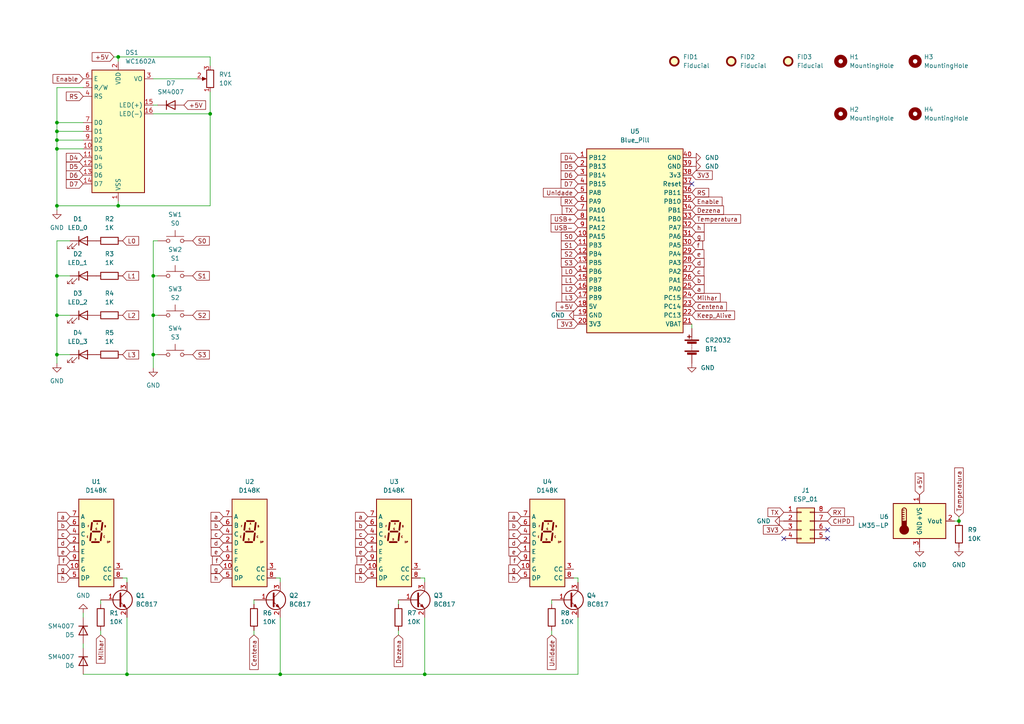
<source format=kicad_sch>
(kicad_sch (version 20211123) (generator eeschema)
  (paper "A4")
  (lib_symbols
    (symbol "Device:Battery" (pin_numbers hide) (pin_names (offset 0) hide)
      (property "Reference" "BT" (at 2.54 2.54 0))
      (property "Value" "Battery" (at 2.54 0 0))
      (symbol "Battery_0_1"
        (rectangle (start -2.032 -1.397) (end 2.032 -1.651) (fill (type outline)))
        (rectangle (start -2.032 1.778) (end 2.032 1.524) (fill (type outline)))
        (rectangle (start -1.3208 -1.9812) (end 1.27 -2.4892) (fill (type outline)))
        (rectangle (start -1.3208 1.1938) (end 1.27 0.6858) (fill (type outline)))
        (polyline (pts (xy 0 -1.524) (xy 0 -1.27)))
        (polyline (pts (xy 0 -1.016) (xy 0 -0.762)))
        (polyline (pts (xy 0 -0.508) (xy 0 -0.254)))
        (polyline (pts (xy 0 0) (xy 0 0.254)))
        (polyline (pts (xy 0 0.508) (xy 0 0.762)))
        (polyline (pts (xy 0 1.778) (xy 0 2.54)))
        (polyline (pts (xy 0.254 2.667) (xy 1.27 2.667)) (stroke (width 0.254)))
        (polyline (pts (xy 0.762 3.175) (xy 0.762 2.159)) (stroke (width 0.254)))
      )
      (symbol "Battery_1_1"
        (pin passive line (at 0 5.08 270) (length 2.54) (name "+") (number "1"))
        (pin passive line (at 0 -5.08 90) (length 2.54) (name "-") (number "2"))
      )
    )
    (symbol "Device:LED" (pin_numbers hide) (pin_names (offset 1.016) hide)
      (property "Reference" "D" (at 0 2.54 0))
      (property "Value" "LED" (at 0 -2.54 0))
      (symbol "LED_0_1"
        (polyline (pts (xy -1.27 -1.27) (xy -1.27 1.27)) (stroke (width 0.254)))
        (polyline (pts (xy -1.27 0) (xy 1.27 0)))
        (polyline (pts (xy 1.27 -1.27) (xy 1.27 1.27) (xy -1.27 0) (xy 1.27 -1.27)) (stroke (width 0.254)))
        (polyline (pts (xy -3.048 -0.762) (xy -4.572 -2.286) (xy -3.81 -2.286) (xy -4.572 -2.286) (xy -4.572 -1.524)))
        (polyline (pts (xy -1.778 -0.762) (xy -3.302 -2.286) (xy -2.54 -2.286) (xy -3.302 -2.286) (xy -3.302 -1.524)))
      )
      (symbol "LED_1_1"
        (pin passive line (at -3.81 0 0) (length 2.54) (name "K") (number "1"))
        (pin passive line (at 3.81 0 180) (length 2.54) (name "A") (number "2"))
      )
    )
    (symbol "Device:R" (pin_numbers hide) (pin_names (offset 0))
      (property "Reference" "R" (at 2.032 0 90))
      (property "Value" "R" (at 0 0 90))
      (symbol "R_0_1"
        (rectangle (start -1.016 -2.54) (end 1.016 2.54) (stroke (width 0.254)))
      )
      (symbol "R_1_1"
        (pin passive line (at 0 3.81 270) (length 1.27) (name "~") (number "1"))
        (pin passive line (at 0 -3.81 90) (length 1.27) (name "~") (number "2"))
      )
    )
    (symbol "Device:R_Potentiometer" (pin_names (offset 1.016) hide)
      (property "Reference" "RV" (at -4.445 0 90))
      (property "Value" "R_Potentiometer" (at -2.54 0 90))
      (symbol "R_Potentiometer_0_1"
        (polyline (pts (xy 2.54 0) (xy 1.524 0)))
        (polyline (pts (xy 1.143 0) (xy 2.286 0.508) (xy 2.286 -0.508) (xy 1.143 0)) (fill (type outline)))
        (rectangle (start 1.016 2.54) (end -1.016 -2.54) (stroke (width 0.254)))
      )
      (symbol "R_Potentiometer_1_1"
        (pin passive line (at 0 3.81 270) (length 1.27) (name "1") (number "1"))
        (pin passive line (at 3.81 0 180) (length 1.27) (name "2") (number "2"))
        (pin passive line (at 0 -3.81 90) (length 1.27) (name "3") (number "3"))
      )
    )
    (symbol "Diode:SM4007" (pin_numbers hide) (pin_names (offset 1.016) hide)
      (property "Reference" "D" (at 0 2.54 0))
      (property "Value" "SM4007" (at 0 -2.54 0))
      (symbol "SM4007_0_1"
        (polyline (pts (xy -1.27 1.27) (xy -1.27 -1.27)) (stroke (width 0.254)))
        (polyline (pts (xy 1.27 0) (xy -1.27 0)))
        (polyline (pts (xy 1.27 1.27) (xy 1.27 -1.27) (xy -1.27 0) (xy 1.27 1.27)) (stroke (width 0.254)))
      )
      (symbol "SM4007_1_1"
        (pin passive line (at -3.81 0 0) (length 2.54) (name "K") (number "1"))
        (pin passive line (at 3.81 0 180) (length 2.54) (name "A") (number "2"))
      )
    )
    (symbol "Display_Character:D148K"
      (property "Reference" "U" (at -2.54 13.97 0))
      (property "Value" "D148K" (at 1.27 13.97 0))
      (symbol "D148K_0_0"
        (text "A" (at 0.254 5.588 0) (effects (font (size 0.508 0.508))))
        (text "B" (at 2.54 4.826 0) (effects (font (size 0.508 0.508))))
        (text "C" (at 2.286 1.778 0) (effects (font (size 0.508 0.508))))
        (text "D" (at -0.254 1.016 0) (effects (font (size 0.508 0.508))))
        (text "DP" (at 3.556 0.254 0) (effects (font (size 0.508 0.508))))
        (text "E" (at -2.54 1.778 0) (effects (font (size 0.508 0.508))))
        (text "F" (at -2.286 4.826 0) (effects (font (size 0.508 0.508))))
        (text "G" (at 0 4.064 0) (effects (font (size 0.508 0.508))))
      )
      (symbol "D148K_0_1"
        (rectangle (start -5.08 12.7) (end 5.08 -12.7) (stroke (width 0.254)) (fill (type background)))
        (polyline (pts (xy -1.524 2.794) (xy -1.778 0.762)) (stroke (width 0.508)))
        (polyline (pts (xy -1.27 0.254) (xy 0.762 0.254)) (stroke (width 0.508)))
        (polyline (pts (xy -1.27 5.842) (xy -1.524 3.81)) (stroke (width 0.508)))
        (polyline (pts (xy -1.016 3.302) (xy 1.016 3.302)) (stroke (width 0.508)))
        (polyline (pts (xy -0.762 6.35) (xy 1.27 6.35)) (stroke (width 0.508)))
        (polyline (pts (xy 1.524 2.794) (xy 1.27 0.762)) (stroke (width 0.508)))
        (polyline (pts (xy 1.778 5.842) (xy 1.524 3.81)) (stroke (width 0.508)))
        (polyline (pts (xy 2.54 0.254) (xy 2.54 0.254)) (stroke (width 0.508)))
      )
      (symbol "D148K_1_1"
        (pin input line (at -7.62 -2.54 0) (length 2.54) (name "E") (number "1"))
        (pin input line (at -7.62 -7.62 0) (length 2.54) (name "G") (number "10"))
        (pin input line (at -7.62 0 0) (length 2.54) (name "D") (number "2"))
        (pin input line (at 7.62 -7.62 180) (length 2.54) (name "CC") (number "3"))
        (pin input line (at -7.62 2.54 0) (length 2.54) (name "C") (number "4"))
        (pin input line (at -7.62 -10.16 0) (length 2.54) (name "DP") (number "5"))
        (pin input line (at -7.62 5.08 0) (length 2.54) (name "B") (number "6"))
        (pin input line (at -7.62 7.62 0) (length 2.54) (name "A") (number "7"))
        (pin input line (at 7.62 -10.16 180) (length 2.54) (name "CC") (number "8"))
        (pin input line (at -7.62 -5.08 0) (length 2.54) (name "F") (number "9"))
      )
    )
    (symbol "Display_Character:WC1602A"
      (property "Reference" "DS" (at -5.842 19.05 0))
      (property "Value" "WC1602A" (at 5.334 19.05 0))
      (symbol "WC1602A_1_1"
        (rectangle (start -7.62 17.78) (end 7.62 -17.78) (stroke (width 0.254)) (fill (type background)))
        (pin power_in line (at 0 -20.32 90) (length 2.54) (name "VSS") (number "1"))
        (pin input line (at -10.16 -5.08 0) (length 2.54) (name "D3") (number "10"))
        (pin input line (at -10.16 -7.62 0) (length 2.54) (name "D4") (number "11"))
        (pin input line (at -10.16 -10.16 0) (length 2.54) (name "D5") (number "12"))
        (pin input line (at -10.16 -12.7 0) (length 2.54) (name "D6") (number "13"))
        (pin input line (at -10.16 -15.24 0) (length 2.54) (name "D7") (number "14"))
        (pin power_in line (at 10.16 7.62 180) (length 2.54) (name "LED(+)") (number "15"))
        (pin power_in line (at 10.16 5.08 180) (length 2.54) (name "LED(-)") (number "16"))
        (pin power_in line (at 0 20.32 270) (length 2.54) (name "VDD") (number "2"))
        (pin input line (at 10.16 15.24 180) (length 2.54) (name "VO") (number "3"))
        (pin input line (at -10.16 10.16 0) (length 2.54) (name "RS") (number "4"))
        (pin input line (at -10.16 12.7 0) (length 2.54) (name "R/W") (number "5"))
        (pin input line (at -10.16 15.24 0) (length 2.54) (name "E") (number "6"))
        (pin input line (at -10.16 2.54 0) (length 2.54) (name "D0") (number "7"))
        (pin input line (at -10.16 0 0) (length 2.54) (name "D1") (number "8"))
        (pin input line (at -10.16 -2.54 0) (length 2.54) (name "D2") (number "9"))
      )
    )
    (symbol "Mechanical:Fiducial"
      (property "Reference" "FID" (at 0 5.08 0))
      (property "Value" "Fiducial" (at 0 3.175 0))
      (symbol "Fiducial_0_1"
        (circle (center 0 0) (radius 1.27) (stroke (width 0.508)) (fill (type background)))
      )
    )
    (symbol "Mechanical:MountingHole" (pin_names (offset 1.016))
      (property "Reference" "H" (at 0 5.08 0))
      (property "Value" "MountingHole" (at 0 3.175 0))
      (symbol "MountingHole_0_1"
        (circle (center 0 0) (radius 1.27) (stroke (width 1.27)))
      )
    )
    (symbol "Sensor_Temperature:LM35-LP" (pin_names (offset 1.016))
      (property "Reference" "U" (at -6.35 6.35 0))
      (property "Value" "LM35-LP" (at 1.27 6.35 0))
      (symbol "LM35-LP_0_1"
        (rectangle (start -7.62 5.08) (end 7.62 -5.08) (stroke (width 0.254)) (fill (type background)))
        (circle (center -4.445 -2.54) (radius 1.27) (stroke (width 0.254)) (fill (type outline)))
        (rectangle (start -3.81 -1.905) (end -5.08 0) (stroke (width 0.254)) (fill (type outline)))
        (arc (start -3.81 3.175) (mid -4.445 3.81) (end -5.08 3.175) (stroke (width 0.254)))
        (polyline (pts (xy -5.08 0.635) (xy -4.445 0.635)) (stroke (width 0.254)))
        (polyline (pts (xy -5.08 1.27) (xy -4.445 1.27)) (stroke (width 0.254)))
        (polyline (pts (xy -5.08 1.905) (xy -4.445 1.905)) (stroke (width 0.254)))
        (polyline (pts (xy -5.08 2.54) (xy -4.445 2.54)) (stroke (width 0.254)))
        (polyline (pts (xy -5.08 3.175) (xy -5.08 0)) (stroke (width 0.254)))
        (polyline (pts (xy -5.08 3.175) (xy -4.445 3.175)) (stroke (width 0.254)))
        (polyline (pts (xy -3.81 3.175) (xy -3.81 0)) (stroke (width 0.254)))
      )
      (symbol "LM35-LP_1_1"
        (pin power_in line (at 0 7.62 270) (length 2.54) (name "+VS") (number "1"))
        (pin output line (at 10.16 0 180) (length 2.54) (name "Vout") (number "2"))
        (pin power_in line (at 0 -7.62 90) (length 2.54) (name "GND") (number "3"))
      )
    )
    (symbol "Switch:SW_Push" (pin_numbers hide) (pin_names (offset 1.016) hide)
      (property "Reference" "SW" (at 1.27 2.54 0))
      (property "Value" "SW_Push" (at 0 -1.524 0))
      (symbol "SW_Push_0_1"
        (circle (center -2.032 0) (radius 0.508))
        (polyline (pts (xy 0 1.27) (xy 0 3.048)))
        (polyline (pts (xy 2.54 1.27) (xy -2.54 1.27)))
        (circle (center 2.032 0) (radius 0.508))
        (pin passive line (at -5.08 0 0) (length 2.54) (name "1") (number "1"))
        (pin passive line (at 5.08 0 180) (length 2.54) (name "2") (number "2"))
      )
    )
    (symbol "Transistor_BJT:BC817" (pin_names (offset 0) hide)
      (property "Reference" "Q" (at 5.08 1.905 0))
      (property "Value" "BC817" (at 5.08 0 0))
      (symbol "BC817_0_1"
        (polyline (pts (xy 0.635 0.635) (xy 2.54 2.54)))
        (polyline (pts (xy 0.635 -0.635) (xy 2.54 -2.54) (xy 2.54 -2.54)))
        (polyline (pts (xy 0.635 1.905) (xy 0.635 -1.905) (xy 0.635 -1.905)) (stroke (width 0.508)))
        (polyline (pts (xy 1.27 -1.778) (xy 1.778 -1.27) (xy 2.286 -2.286) (xy 1.27 -1.778) (xy 1.27 -1.778)) (fill (type outline)))
        (circle (center 1.27 0) (radius 2.8194) (stroke (width 0.254)))
      )
      (symbol "BC817_1_1"
        (pin input line (at -5.08 0 0) (length 5.715) (name "B") (number "1"))
        (pin passive line (at 2.54 -5.08 90) (length 2.54) (name "E") (number "2"))
        (pin passive line (at 2.54 5.08 270) (length 2.54) (name "C") (number "3"))
      )
    )
    (symbol "custom:Blue_Pill"
      (property "Reference" "U" (at -15.24 36.83 0))
      (property "Value" "Blue_Pill" (at 7.62 36.83 0))
      (symbol "Blue_Pill_0_1"
        (rectangle (start -15.24 35.56) (end 12.7 -17.78) (stroke (width 0.254)) (fill (type background)))
      )
      (symbol "Blue_Pill_1_1"
        (pin bidirectional line (at -17.78 33.02 0) (length 2.54) (name "PB12") (number "1"))
        (pin bidirectional line (at -17.78 10.16 0) (length 2.54) (name "PA15") (number "10"))
        (pin bidirectional line (at -17.78 7.62 0) (length 2.54) (name "PB3") (number "11"))
        (pin bidirectional line (at -17.78 5.08 0) (length 2.54) (name "PB4") (number "12"))
        (pin bidirectional line (at -17.78 2.54 0) (length 2.54) (name "PB5") (number "13"))
        (pin bidirectional line (at -17.78 0 0) (length 2.54) (name "PB6") (number "14"))
        (pin bidirectional line (at -17.78 -2.54 0) (length 2.54) (name "PB7") (number "15"))
        (pin bidirectional line (at -17.78 -5.08 0) (length 2.54) (name "PB8") (number "16"))
        (pin bidirectional line (at -17.78 -7.62 0) (length 2.54) (name "PB9") (number "17"))
        (pin power_in line (at -17.78 -10.16 0) (length 2.54) (name "5V") (number "18"))
        (pin power_out line (at -17.78 -12.7 0) (length 2.54) (name "GND") (number "19"))
        (pin bidirectional line (at -17.78 30.48 0) (length 2.54) (name "PB13") (number "2"))
        (pin power_in line (at -17.78 -15.24 0) (length 2.54) (name "3V3") (number "20"))
        (pin input line (at 15.24 -15.24 180) (length 2.54) (name "VBAT") (number "21"))
        (pin bidirectional line (at 15.24 -12.7 180) (length 2.54) (name "PC13") (number "22"))
        (pin power_in line (at 15.24 -10.16 180) (length 2.54) (name "PC14") (number "23"))
        (pin power_in line (at 15.24 -7.62 180) (length 2.54) (name "PC15") (number "24"))
        (pin bidirectional line (at 15.24 -5.08 180) (length 2.54) (name "PA0") (number "25"))
        (pin bidirectional line (at 15.24 -2.54 180) (length 2.54) (name "PA1") (number "26"))
        (pin bidirectional line (at 15.24 0 180) (length 2.54) (name "PA2") (number "27"))
        (pin bidirectional line (at 15.24 2.54 180) (length 2.54) (name "PA3") (number "28"))
        (pin bidirectional line (at 15.24 5.08 180) (length 2.54) (name "PA4") (number "29"))
        (pin bidirectional line (at -17.78 27.94 0) (length 2.54) (name "PB14") (number "3"))
        (pin bidirectional line (at 15.24 7.62 180) (length 2.54) (name "PA5") (number "30"))
        (pin bidirectional line (at 15.24 10.16 180) (length 2.54) (name "PA6") (number "31"))
        (pin bidirectional line (at 15.24 12.7 180) (length 2.54) (name "PA7") (number "32"))
        (pin bidirectional line (at 15.24 15.24 180) (length 2.54) (name "PB0") (number "33"))
        (pin bidirectional line (at 15.24 17.78 180) (length 2.54) (name "PB1") (number "34"))
        (pin bidirectional line (at 15.24 20.32 180) (length 2.54) (name "PB10") (number "35"))
        (pin bidirectional line (at 15.24 22.86 180) (length 2.54) (name "PB11") (number "36"))
        (pin input line (at 15.24 25.4 180) (length 2.54) (name "Reset") (number "37"))
        (pin power_in line (at 15.24 27.94 180) (length 2.54) (name "3v3") (number "38"))
        (pin power_out line (at 15.24 30.48 180) (length 2.54) (name "GND") (number "39"))
        (pin bidirectional line (at -17.78 25.4 0) (length 2.54) (name "PB15") (number "4"))
        (pin power_out line (at 15.24 33.02 180) (length 2.54) (name "GND") (number "40"))
        (pin bidirectional line (at -17.78 22.86 0) (length 2.54) (name "PA8") (number "5"))
        (pin bidirectional line (at -17.78 20.32 0) (length 2.54) (name "PA9") (number "6"))
        (pin bidirectional line (at -17.78 17.78 0) (length 2.54) (name "PA10") (number "7"))
        (pin bidirectional line (at -17.78 15.24 0) (length 2.54) (name "PA11") (number "8"))
        (pin bidirectional line (at -17.78 12.7 0) (length 2.54) (name "PA12") (number "9"))
      )
    )
    (symbol "custom:ESP_01" (pin_names (offset 1.016) hide)
      (property "Reference" "J" (at 1.27 5.08 0))
      (property "Value" "ESP_01" (at 1.27 -7.62 0))
      (symbol "ESP_01_1_1"
        (rectangle (start -1.27 -4.953) (end 0 -5.207) (stroke (width 0.1524)))
        (rectangle (start -1.27 -2.413) (end 0 -2.667) (stroke (width 0.1524)))
        (rectangle (start -1.27 0.127) (end 0 -0.127) (stroke (width 0.1524)))
        (rectangle (start -1.27 2.667) (end 0 2.413) (stroke (width 0.1524)))
        (rectangle (start -1.27 3.81) (end 3.81 -6.35) (stroke (width 0.254)) (fill (type background)))
        (rectangle (start 3.81 -4.953) (end 2.54 -5.207) (stroke (width 0.1524)))
        (rectangle (start 3.81 -2.413) (end 2.54 -2.667) (stroke (width 0.1524)))
        (rectangle (start 3.81 0.127) (end 2.54 -0.127) (stroke (width 0.1524)))
        (rectangle (start 3.81 2.667) (end 2.54 2.413) (stroke (width 0.1524)))
        (pin output line (at -5.08 2.54 0) (length 3.81) (name "TX") (number "1"))
        (pin input line (at -5.08 0 0) (length 3.81) (name "CHPD") (number "2"))
        (pin input line (at -5.08 -2.54 0) (length 3.81) (name "RST") (number "3"))
        (pin power_in line (at -5.08 -5.08 0) (length 3.81) (name "VDD") (number "4"))
        (pin input line (at 7.62 -5.08 180) (length 3.81) (name "RX") (number "5"))
        (pin bidirectional line (at 7.62 -2.54 180) (length 3.81) (name "GPID0") (number "6"))
        (pin bidirectional line (at 7.62 0 180) (length 3.81) (name "GPID2") (number "7"))
        (pin power_out line (at 7.62 2.54 180) (length 3.81) (name "GND") (number "8"))
      )
    )
    (symbol "power:GND" (power) (pin_names (offset 0))
      (property "Value" "GND" (at 0 -3.81 0))
      (symbol "GND_0_1"
        (polyline (pts (xy 0 0) (xy 0 -1.27) (xy 1.27 -1.27) (xy 0 -2.54) (xy -1.27 -1.27) (xy 0 -1.27)))
      )
      (symbol "GND_1_1"
        (pin power_in line (at 0 0 270) (length 0) hide (name "GND") (number "1"))
      )
    )
  )
  (junction (at 60.96 33.02))
  (junction (at 278.13 151.13))
  (junction (at 44.45 91.44))
  (junction (at 16.51 59.69))
  (junction (at 81.28 195.58))
  (junction (at 34.29 59.69))
  (junction (at 16.51 102.87))
  (junction (at 16.51 40.64))
  (junction (at 16.51 91.44))
  (junction (at 36.83 195.58))
  (junction (at 123.19 195.58))
  (junction (at 16.51 80.01))
  (junction (at 16.51 38.1))
  (junction (at 44.45 80.01))
  (junction (at 16.51 35.56))
  (junction (at 34.29 16.51))
  (junction (at 44.45 102.87))
  (junction (at 16.51 43.18))
  (no_connect (at 240.03 156.21))
  (no_connect (at 227.33 156.21))
  (no_connect (at 240.03 153.67))
  (no_connect (at 200.66 53.34))
  (wire (pts (xy 167.64 195.58) (xy 167.64 179.07)))
  (wire (pts (xy 16.51 38.1) (xy 16.51 40.64)))
  (wire (pts (xy 34.29 16.51) (xy 60.96 16.51)))
  (wire (pts (xy 16.51 40.64) (xy 16.51 43.18)))
  (wire (pts (xy 16.51 38.1) (xy 24.13 38.1)))
  (wire (pts (xy 16.51 91.44) (xy 16.51 80.01)))
  (wire (pts (xy 166.37 167.64) (xy 167.64 167.64)))
  (wire (pts (xy 123.19 179.07) (xy 123.19 195.58)))
  (wire (pts (xy 16.51 80.01) (xy 20.32 80.01)))
  (wire (pts (xy 16.51 40.64) (xy 24.13 40.64)))
  (wire (pts (xy 24.13 177.8) (xy 24.13 179.07)))
  (wire (pts (xy 81.28 167.64) (xy 81.28 168.91)))
  (wire (pts (xy 60.96 33.02) (xy 60.96 59.69)))
  (wire (pts (xy 16.51 25.4) (xy 16.51 35.56)))
  (wire (pts (xy 276.86 151.13) (xy 278.13 151.13)))
  (wire (pts (xy 44.45 106.68) (xy 44.45 102.87)))
  (wire (pts (xy 35.56 167.64) (xy 36.83 167.64)))
  (wire (pts (xy 115.57 175.26) (xy 115.57 173.99)))
  (wire (pts (xy 44.45 80.01) (xy 45.72 80.01)))
  (wire (pts (xy 36.83 195.58) (xy 81.28 195.58)))
  (wire (pts (xy 167.64 167.64) (xy 167.64 168.91)))
  (wire (pts (xy 81.28 179.07) (xy 81.28 195.58)))
  (wire (pts (xy 44.45 69.85) (xy 45.72 69.85)))
  (wire (pts (xy 33.02 16.51) (xy 34.29 16.51)))
  (wire (pts (xy 60.96 16.51) (xy 60.96 19.05)))
  (wire (pts (xy 73.66 182.88) (xy 73.66 184.15)))
  (wire (pts (xy 29.21 182.88) (xy 29.21 184.15)))
  (wire (pts (xy 160.02 182.88) (xy 160.02 184.15)))
  (wire (pts (xy 81.28 195.58) (xy 123.19 195.58)))
  (wire (pts (xy 34.29 59.69) (xy 16.51 59.69)))
  (wire (pts (xy 34.29 58.42) (xy 34.29 59.69)))
  (wire (pts (xy 160.02 175.26) (xy 160.02 173.99)))
  (wire (pts (xy 73.66 175.26) (xy 73.66 173.99)))
  (wire (pts (xy 34.29 16.51) (xy 34.29 17.78)))
  (wire (pts (xy 16.51 102.87) (xy 16.51 91.44)))
  (wire (pts (xy 16.51 69.85) (xy 20.32 69.85)))
  (wire (pts (xy 36.83 179.07) (xy 36.83 195.58)))
  (wire (pts (xy 44.45 80.01) (xy 44.45 69.85)))
  (wire (pts (xy 60.96 26.67) (xy 60.96 33.02)))
  (wire (pts (xy 278.13 149.86) (xy 278.13 151.13)))
  (wire (pts (xy 20.32 102.87) (xy 16.51 102.87)))
  (wire (pts (xy 44.45 22.86) (xy 57.15 22.86)))
  (wire (pts (xy 16.51 91.44) (xy 20.32 91.44)))
  (wire (pts (xy 24.13 195.58) (xy 36.83 195.58)))
  (wire (pts (xy 34.29 59.69) (xy 60.96 59.69)))
  (wire (pts (xy 16.51 35.56) (xy 16.51 38.1)))
  (wire (pts (xy 44.45 91.44) (xy 45.72 91.44)))
  (wire (pts (xy 115.57 182.88) (xy 115.57 184.15)))
  (wire (pts (xy 29.21 175.26) (xy 29.21 173.99)))
  (wire (pts (xy 24.13 187.96) (xy 24.13 186.69)))
  (wire (pts (xy 16.51 80.01) (xy 16.51 69.85)))
  (wire (pts (xy 36.83 167.64) (xy 36.83 168.91)))
  (wire (pts (xy 200.66 95.25) (xy 200.66 93.98)))
  (wire (pts (xy 16.51 59.69) (xy 16.51 43.18)))
  (wire (pts (xy 123.19 195.58) (xy 167.64 195.58)))
  (wire (pts (xy 80.01 167.64) (xy 81.28 167.64)))
  (wire (pts (xy 16.51 35.56) (xy 24.13 35.56)))
  (wire (pts (xy 16.51 59.69) (xy 16.51 60.96)))
  (wire (pts (xy 16.51 102.87) (xy 16.51 105.41)))
  (wire (pts (xy 16.51 43.18) (xy 24.13 43.18)))
  (wire (pts (xy 44.45 102.87) (xy 45.72 102.87)))
  (wire (pts (xy 24.13 25.4) (xy 16.51 25.4)))
  (wire (pts (xy 44.45 91.44) (xy 44.45 80.01)))
  (wire (pts (xy 44.45 33.02) (xy 60.96 33.02)))
  (wire (pts (xy 44.45 30.48) (xy 45.72 30.48)))
  (wire (pts (xy 121.92 167.64) (xy 123.19 167.64)))
  (wire (pts (xy 123.19 167.64) (xy 123.19 168.91)))
  (wire (pts (xy 44.45 102.87) (xy 44.45 91.44)))
  (global_label "L1" (shape input) (at 167.64 81.28 180) (property "Intersheet References" "${INTERSHEET_REFS}" (effects hide)))
  (global_label "D6" (shape input) (at 167.64 50.8 180) (property "Intersheet References" "${INTERSHEET_REFS}" (effects hide)))
  (global_label "D5" (shape input) (at 24.13 48.26 180) (property "Intersheet References" "${INTERSHEET_REFS}" (effects hide)))
  (global_label "L0" (shape input) (at 35.56 69.85 0) (property "Intersheet References" "${INTERSHEET_REFS}" (effects hide)))
  (global_label "L3" (shape input) (at 35.56 102.87 0) (property "Intersheet References" "${INTERSHEET_REFS}" (effects hide)))
  (global_label "b" (shape input) (at 20.32 152.4 180) (property "Intersheet References" "${INTERSHEET_REFS}" (effects hide)))
  (global_label "S2" (shape input) (at 55.88 91.44 0) (property "Intersheet References" "${INTERSHEET_REFS}" (effects hide)))
  (global_label "e" (shape input) (at 20.32 160.02 180) (property "Intersheet References" "${INTERSHEET_REFS}" (effects hide)))
  (global_label "g" (shape input) (at 200.66 68.58 0) (property "Intersheet References" "${INTERSHEET_REFS}" (effects hide)))
  (global_label "h" (shape input) (at 106.68 167.64 180) (property "Intersheet References" "${INTERSHEET_REFS}" (effects hide)))
  (global_label "h" (shape input) (at 20.32 167.64 180) (property "Intersheet References" "${INTERSHEET_REFS}" (effects hide)))
  (global_label "S1" (shape input) (at 55.88 80.01 0) (property "Intersheet References" "${INTERSHEET_REFS}" (effects hide)))
  (global_label "L2" (shape input) (at 35.56 91.44 0) (property "Intersheet References" "${INTERSHEET_REFS}" (effects hide)))
  (global_label "h" (shape input) (at 64.77 167.64 180) (property "Intersheet References" "${INTERSHEET_REFS}" (effects hide)))
  (global_label "Temperatura" (shape input) (at 200.66 63.5 0) (property "Intersheet References" "${INTERSHEET_REFS}" (effects hide)))
  (global_label "D7" (shape input) (at 24.13 53.34 180) (property "Intersheet References" "${INTERSHEET_REFS}" (effects hide)))
  (global_label "g" (shape input) (at 151.13 165.1 180) (property "Intersheet References" "${INTERSHEET_REFS}" (effects hide)))
  (global_label "Temperatura" (shape input) (at 278.13 149.86 90) (property "Intersheet References" "${INTERSHEET_REFS}" (effects hide)))
  (global_label "Unidade" (shape input) (at 160.02 184.15 270) (property "Intersheet References" "${INTERSHEET_REFS}" (effects hide)))
  (global_label "RX" (shape input) (at 167.64 58.42 180) (property "Intersheet References" "${INTERSHEET_REFS}" (effects hide)))
  (global_label "RS" (shape input) (at 24.13 27.94 180) (property "Intersheet References" "${INTERSHEET_REFS}" (effects hide)))
  (global_label "USB+" (shape input) (at 167.64 63.5 180) (property "Intersheet References" "${INTERSHEET_REFS}" (effects hide)))
  (global_label "Dezena" (shape input) (at 115.57 184.15 270) (property "Intersheet References" "${INTERSHEET_REFS}" (effects hide)))
  (global_label "+5V" (shape input) (at 266.7 143.51 90) (property "Intersheet References" "${INTERSHEET_REFS}" (effects hide)))
  (global_label "Milhar" (shape input) (at 200.66 86.36 0) (property "Intersheet References" "${INTERSHEET_REFS}" (effects hide)))
  (global_label "Enable" (shape input) (at 24.13 22.86 180) (property "Intersheet References" "${INTERSHEET_REFS}" (effects hide)))
  (global_label "+5V" (shape input) (at 33.02 16.51 180) (property "Intersheet References" "${INTERSHEET_REFS}" (effects hide)))
  (global_label "d" (shape input) (at 64.77 157.48 180) (property "Intersheet References" "${INTERSHEET_REFS}" (effects hide)))
  (global_label "c" (shape input) (at 20.32 154.94 180) (property "Intersheet References" "${INTERSHEET_REFS}" (effects hide)))
  (global_label "Keep_Alive" (shape input) (at 200.66 91.44 0) (property "Intersheet References" "${INTERSHEET_REFS}" (effects hide)))
  (global_label "h" (shape input) (at 151.13 167.64 180) (property "Intersheet References" "${INTERSHEET_REFS}" (effects hide)))
  (global_label "d" (shape input) (at 200.66 76.2 0) (property "Intersheet References" "${INTERSHEET_REFS}" (effects hide)))
  (global_label "D7" (shape input) (at 167.64 53.34 180) (property "Intersheet References" "${INTERSHEET_REFS}" (effects hide)))
  (global_label "L1" (shape input) (at 35.56 80.01 0) (property "Intersheet References" "${INTERSHEET_REFS}" (effects hide)))
  (global_label "h" (shape input) (at 200.66 66.04 0) (property "Intersheet References" "${INTERSHEET_REFS}" (effects hide)))
  (global_label "TX" (shape input) (at 167.64 60.96 180) (property "Intersheet References" "${INTERSHEET_REFS}" (effects hide)))
  (global_label "c" (shape input) (at 106.68 154.94 180) (property "Intersheet References" "${INTERSHEET_REFS}" (effects hide)))
  (global_label "c" (shape input) (at 200.66 78.74 0) (property "Intersheet References" "${INTERSHEET_REFS}" (effects hide)))
  (global_label "d" (shape input) (at 106.68 157.48 180) (property "Intersheet References" "${INTERSHEET_REFS}" (effects hide)))
  (global_label "S0" (shape input) (at 167.64 68.58 180) (property "Intersheet References" "${INTERSHEET_REFS}" (effects hide)))
  (global_label "Centena" (shape input) (at 73.66 184.15 270) (property "Intersheet References" "${INTERSHEET_REFS}" (effects hide)))
  (global_label "Enable" (shape input) (at 200.66 58.42 0) (property "Intersheet References" "${INTERSHEET_REFS}" (effects hide)))
  (global_label "f" (shape input) (at 151.13 162.56 180) (property "Intersheet References" "${INTERSHEET_REFS}" (effects hide)))
  (global_label "g" (shape input) (at 106.68 165.1 180) (property "Intersheet References" "${INTERSHEET_REFS}" (effects hide)))
  (global_label "+5V" (shape input) (at 167.64 88.9 180) (property "Intersheet References" "${INTERSHEET_REFS}" (effects hide)))
  (global_label "c" (shape input) (at 64.77 154.94 180) (property "Intersheet References" "${INTERSHEET_REFS}" (effects hide)))
  (global_label "CHPD" (shape input) (at 240.03 151.13 0) (property "Intersheet References" "${INTERSHEET_REFS}" (effects hide)))
  (global_label "d" (shape input) (at 20.32 157.48 180) (property "Intersheet References" "${INTERSHEET_REFS}" (effects hide)))
  (global_label "D6" (shape input) (at 24.13 50.8 180) (property "Intersheet References" "${INTERSHEET_REFS}" (effects hide)))
  (global_label "Centena" (shape input) (at 200.66 88.9 0) (property "Intersheet References" "${INTERSHEET_REFS}" (effects hide)))
  (global_label "f" (shape input) (at 64.77 162.56 180) (property "Intersheet References" "${INTERSHEET_REFS}" (effects hide)))
  (global_label "3V3" (shape input) (at 200.66 50.8 0) (property "Intersheet References" "${INTERSHEET_REFS}" (effects hide)))
  (global_label "f" (shape input) (at 20.32 162.56 180) (property "Intersheet References" "${INTERSHEET_REFS}" (effects hide)))
  (global_label "Dezena" (shape input) (at 200.66 60.96 0) (property "Intersheet References" "${INTERSHEET_REFS}" (effects hide)))
  (global_label "a" (shape input) (at 200.66 83.82 0) (property "Intersheet References" "${INTERSHEET_REFS}" (effects hide)))
  (global_label "c" (shape input) (at 151.13 154.94 180) (property "Intersheet References" "${INTERSHEET_REFS}" (effects hide)))
  (global_label "L2" (shape input) (at 167.64 83.82 180) (property "Intersheet References" "${INTERSHEET_REFS}" (effects hide)))
  (global_label "a" (shape input) (at 106.68 149.86 180) (property "Intersheet References" "${INTERSHEET_REFS}" (effects hide)))
  (global_label "S3" (shape input) (at 167.64 76.2 180) (property "Intersheet References" "${INTERSHEET_REFS}" (effects hide)))
  (global_label "L3" (shape input) (at 167.64 86.36 180) (property "Intersheet References" "${INTERSHEET_REFS}" (effects hide)))
  (global_label "a" (shape input) (at 151.13 149.86 180) (property "Intersheet References" "${INTERSHEET_REFS}" (effects hide)))
  (global_label "S0" (shape input) (at 55.88 69.85 0) (property "Intersheet References" "${INTERSHEET_REFS}" (effects hide)))
  (global_label "f" (shape input) (at 106.68 162.56 180) (property "Intersheet References" "${INTERSHEET_REFS}" (effects hide)))
  (global_label "RX" (shape input) (at 240.03 148.59 0) (property "Intersheet References" "${INTERSHEET_REFS}" (effects hide)))
  (global_label "a" (shape input) (at 64.77 149.86 180) (property "Intersheet References" "${INTERSHEET_REFS}" (effects hide)))
  (global_label "b" (shape input) (at 151.13 152.4 180) (property "Intersheet References" "${INTERSHEET_REFS}" (effects hide)))
  (global_label "D4" (shape input) (at 24.13 45.72 180) (property "Intersheet References" "${INTERSHEET_REFS}" (effects hide)))
  (global_label "d" (shape input) (at 151.13 157.48 180) (property "Intersheet References" "${INTERSHEET_REFS}" (effects hide)))
  (global_label "g" (shape input) (at 20.32 165.1 180) (property "Intersheet References" "${INTERSHEET_REFS}" (effects hide)))
  (global_label "Milhar" (shape input) (at 29.21 184.15 270) (property "Intersheet References" "${INTERSHEET_REFS}" (effects hide)))
  (global_label "3V3" (shape input) (at 167.64 93.98 180) (property "Intersheet References" "${INTERSHEET_REFS}" (effects hide)))
  (global_label "USB-" (shape input) (at 167.64 66.04 180) (property "Intersheet References" "${INTERSHEET_REFS}" (effects hide)))
  (global_label "b" (shape input) (at 64.77 152.4 180) (property "Intersheet References" "${INTERSHEET_REFS}" (effects hide)))
  (global_label "L0" (shape input) (at 167.64 78.74 180) (property "Intersheet References" "${INTERSHEET_REFS}" (effects hide)))
  (global_label "e" (shape input) (at 64.77 160.02 180) (property "Intersheet References" "${INTERSHEET_REFS}" (effects hide)))
  (global_label "D4" (shape input) (at 167.64 45.72 180) (property "Intersheet References" "${INTERSHEET_REFS}" (effects hide)))
  (global_label "S3" (shape input) (at 55.88 102.87 0) (property "Intersheet References" "${INTERSHEET_REFS}" (effects hide)))
  (global_label "S1" (shape input) (at 167.64 71.12 180) (property "Intersheet References" "${INTERSHEET_REFS}" (effects hide)))
  (global_label "+5V" (shape input) (at 53.34 30.48 0) (property "Intersheet References" "${INTERSHEET_REFS}" (effects hide)))
  (global_label "e" (shape input) (at 200.66 73.66 0) (property "Intersheet References" "${INTERSHEET_REFS}" (effects hide)))
  (global_label "b" (shape input) (at 106.68 152.4 180) (property "Intersheet References" "${INTERSHEET_REFS}" (effects hide)))
  (global_label "e" (shape input) (at 106.68 160.02 180) (property "Intersheet References" "${INTERSHEET_REFS}" (effects hide)))
  (global_label "e" (shape input) (at 151.13 160.02 180) (property "Intersheet References" "${INTERSHEET_REFS}" (effects hide)))
  (global_label "g" (shape input) (at 64.77 165.1 180) (property "Intersheet References" "${INTERSHEET_REFS}" (effects hide)))
  (global_label "a" (shape input) (at 20.32 149.86 180) (property "Intersheet References" "${INTERSHEET_REFS}" (effects hide)))
  (global_label "f" (shape input) (at 200.66 71.12 0) (property "Intersheet References" "${INTERSHEET_REFS}" (effects hide)))
  (global_label "S2" (shape input) (at 167.64 73.66 180) (property "Intersheet References" "${INTERSHEET_REFS}" (effects hide)))
  (global_label "b" (shape input) (at 200.66 81.28 0) (property "Intersheet References" "${INTERSHEET_REFS}" (effects hide)))
  (global_label "TX" (shape input) (at 227.33 148.59 180) (property "Intersheet References" "${INTERSHEET_REFS}" (effects hide)))
  (global_label "D5" (shape input) (at 167.64 48.26 180) (property "Intersheet References" "${INTERSHEET_REFS}" (effects hide)))
  (global_label "RS" (shape input) (at 200.66 55.88 0) (property "Intersheet References" "${INTERSHEET_REFS}" (effects hide)))
  (global_label "3V3" (shape input) (at 227.33 153.67 180) (property "Intersheet References" "${INTERSHEET_REFS}" (effects hide)))
  (global_label "Unidade" (shape input) (at 167.64 55.88 180) (property "Intersheet References" "${INTERSHEET_REFS}" (effects hide)))
  (symbol (lib_id "custom:ESP_01") (at 232.41 151.13 0) (unit 1)
    (property "Reference" "J1" (at 233.68 142.24 0))
    (property "Value" "ESP_01" (at 233.68 144.78 0))
    (property "Footprint" "Connector_PinSocket_2.54mm:PinSocket_2x04_P2.54mm_Vertical" (effects hide))
  )
  (symbol (lib_id "power:GND") (at 200.66 48.26 90) (mirror x) (unit 1)
    (property "Reference" "#PWR07" (effects hide))
    (property "Value" "GND" (at 204.47 48.2601 90) (effects (justify right)))
  )
  (symbol (lib_id "Mechanical:MountingHole") (at 243.84 33.02 0) (unit 1)
    (property "Reference" "H2" (at 246.38 31.7499 0) (effects (justify left)))
    (property "Value" "MountingHole" (at 246.38 34.2899 0) (effects (justify left)))
    (property "Footprint" "MountingHole:MountingHole_4.3mm_M4_DIN965_Pad_TopBottom" (effects hide))
  )
  (symbol (lib_id "Device:LED") (at 24.13 91.44 0) (unit 1)
    (property "Reference" "D3" (at 22.5425 85.09 0))
    (property "Value" "LED_2" (at 22.5425 87.63 0))
    (property "Footprint" "LED_SMD:LED_0805_2012Metric_Pad1.15x1.40mm_HandSolder" (effects hide))
  )
  (symbol (lib_id "Mechanical:MountingHole") (at 265.43 33.02 0) (unit 1)
    (property "Reference" "H4" (at 267.97 31.7499 0) (effects (justify left)))
    (property "Value" "MountingHole" (at 267.97 34.2899 0) (effects (justify left)))
    (property "Footprint" "MountingHole:MountingHole_4.3mm_M4_DIN965_Pad_TopBottom" (effects hide))
  )
  (symbol (lib_id "Device:R") (at 31.75 102.87 90) (unit 1)
    (property "Reference" "R5" (at 31.75 96.52 90))
    (property "Value" "1K" (at 31.75 99.06 90))
    (property "Footprint" "Resistor_SMD:R_0805_2012Metric_Pad1.20x1.40mm_HandSolder" (effects hide))
  )
  (symbol (lib_id "Mechanical:MountingHole") (at 265.43 17.78 0) (unit 1)
    (property "Reference" "H3" (at 267.97 16.5099 0) (effects (justify left)))
    (property "Value" "MountingHole" (at 267.97 19.0499 0) (effects (justify left)))
    (property "Footprint" "MountingHole:MountingHole_4.3mm_M4_DIN965_Pad_TopBottom" (effects hide))
  )
  (symbol (lib_id "Display_Character:D148K") (at 114.3 157.48 0) (unit 1)
    (property "Reference" "U3" (at 114.3 139.7 0))
    (property "Value" "D148K" (at 114.3 142.24 0))
    (property "Footprint" "Display_7Segment:D1X8K" (effects hide))
    (property "Datasheet" "https://ia800903.us.archive.org/24/items/CTKD1x8K/Cromatek%20D168K.pdf" (effects hide))
  )
  (symbol (lib_id "power:GND") (at 227.33 151.13 270) (unit 1)
    (property "Reference" "#PWR09" (effects hide))
    (property "Value" "GND" (at 223.52 151.1299 90) (effects (justify right)))
  )
  (symbol (lib_id "Diode:SM4007") (at 49.53 30.48 0) (unit 1)
    (property "Reference" "D7" (at 49.53 24.13 0))
    (property "Value" "SM4007" (at 49.53 26.67 0))
    (property "Footprint" "Diode_SMD:D_1206_3216Metric_Pad1.42x1.75mm_HandSolder" (effects hide))
    (property "Datasheet" "http://cdn-reichelt.de/documents/datenblatt/A400/SMD1N400%23DIO.pdf" (effects hide))
  )
  (symbol (lib_id "Device:R") (at 278.13 154.94 0) (unit 1)
    (property "Reference" "R9" (at 280.67 153.6699 0) (effects (justify left)))
    (property "Value" "10K" (at 280.67 156.2099 0) (effects (justify left)))
    (property "Footprint" "Resistor_SMD:R_0805_2012Metric_Pad1.20x1.40mm_HandSolder" (effects hide))
  )
  (symbol (lib_id "Device:R") (at 115.57 179.07 0) (unit 1)
    (property "Reference" "R7" (at 118.11 177.7999 0) (effects (justify left)))
    (property "Value" "10K" (at 118.11 180.3399 0) (effects (justify left)))
    (property "Footprint" "Resistor_SMD:R_0805_2012Metric_Pad1.20x1.40mm_HandSolder" (effects hide))
  )
  (symbol (lib_id "power:GND") (at 200.66 105.41 0) (mirror y) (unit 1)
    (property "Reference" "#PWR06" (effects hide))
    (property "Value" "GND" (at 203.2 106.6801 0) (effects (justify right)))
  )
  (symbol (lib_id "Mechanical:Fiducial") (at 212.09 17.78 0) (unit 1)
    (property "Reference" "FID2" (at 214.63 16.5099 0) (effects (justify left)))
    (property "Value" "Fiducial" (at 214.63 19.0499 0) (effects (justify left)))
    (property "Footprint" "Fiducial:Fiducial_1.5mm_Mask3mm" (effects hide))
  )
  (symbol (lib_id "power:GND") (at 16.51 105.41 0) (unit 1)
    (property "Reference" "#PWR02" (effects hide))
    (property "Value" "GND" (at 16.51 110.49 0))
  )
  (symbol (lib_id "power:GND") (at 266.7 158.75 0) (unit 1)
    (property "Reference" "#PWR010" (effects hide))
    (property "Value" "GND" (at 266.7 163.83 0))
  )
  (symbol (lib_id "Transistor_BJT:BC817") (at 34.29 173.99 0) (unit 1)
    (property "Reference" "Q1" (at 39.37 172.7199 0) (effects (justify left)))
    (property "Value" "BC817" (at 39.37 175.2599 0) (effects (justify left)))
    (property "Footprint" "Package_TO_SOT_SMD:SOT-23" (effects hide))
    (property "Datasheet" "https://www.onsemi.com/pub/Collateral/BC818-D.pdf" (effects hide))
  )
  (symbol (lib_id "Display_Character:D148K") (at 72.39 157.48 0) (unit 1)
    (property "Reference" "U2" (at 72.39 139.7 0))
    (property "Value" "D148K" (at 72.39 142.24 0))
    (property "Footprint" "Display_7Segment:D1X8K" (effects hide))
    (property "Datasheet" "https://ia800903.us.archive.org/24/items/CTKD1x8K/Cromatek%20D168K.pdf" (effects hide))
  )
  (symbol (lib_id "Mechanical:Fiducial") (at 195.58 17.78 0) (unit 1)
    (property "Reference" "FID1" (at 198.12 16.5099 0) (effects (justify left)))
    (property "Value" "Fiducial" (at 198.12 19.0499 0) (effects (justify left)))
    (property "Footprint" "Fiducial:Fiducial_1.5mm_Mask3mm" (effects hide))
  )
  (symbol (lib_id "Switch:SW_Push") (at 50.8 80.01 0) (unit 1)
    (property "Reference" "SW2" (at 50.8 72.39 0))
    (property "Value" "S1" (at 50.8 74.93 0))
    (property "Footprint" "Button_Switch_THT:SW_PUSH_6mm_H4.3mm" (effects hide))
  )
  (symbol (lib_id "Mechanical:Fiducial") (at 228.6 17.78 0) (unit 1)
    (property "Reference" "FID3" (at 231.14 16.5099 0) (effects (justify left)))
    (property "Value" "Fiducial" (at 231.14 19.0499 0) (effects (justify left)))
    (property "Footprint" "Fiducial:Fiducial_1.5mm_Mask3mm" (effects hide))
  )
  (symbol (lib_id "power:GND") (at 16.51 60.96 0) (unit 1)
    (property "Reference" "#PWR01" (effects hide))
    (property "Value" "GND" (at 16.51 66.04 0))
  )
  (symbol (lib_id "Transistor_BJT:BC817") (at 78.74 173.99 0) (unit 1)
    (property "Reference" "Q2" (at 83.82 172.7199 0) (effects (justify left)))
    (property "Value" "BC817" (at 83.82 175.2599 0) (effects (justify left)))
    (property "Footprint" "Package_TO_SOT_SMD:SOT-23" (effects hide))
    (property "Datasheet" "https://www.onsemi.com/pub/Collateral/BC818-D.pdf" (effects hide))
  )
  (symbol (lib_id "Device:R") (at 160.02 179.07 0) (unit 1)
    (property "Reference" "R8" (at 162.56 177.7999 0) (effects (justify left)))
    (property "Value" "10K" (at 162.56 180.3399 0) (effects (justify left)))
    (property "Footprint" "Resistor_SMD:R_0805_2012Metric_Pad1.20x1.40mm_HandSolder" (effects hide))
  )
  (symbol (lib_id "Display_Character:D148K") (at 27.94 157.48 0) (unit 1)
    (property "Reference" "U1" (at 27.94 139.7 0))
    (property "Value" "D148K" (at 27.94 142.24 0))
    (property "Footprint" "Display_7Segment:D1X8K" (effects hide))
    (property "Datasheet" "https://ia800903.us.archive.org/24/items/CTKD1x8K/Cromatek%20D168K.pdf" (effects hide))
  )
  (symbol (lib_id "Diode:SM4007") (at 24.13 182.88 270) (unit 1)
    (property "Reference" "D5" (at 21.59 184.1501 90) (effects (justify right)))
    (property "Value" "SM4007" (at 21.59 181.6101 90) (effects (justify right)))
    (property "Footprint" "Diode_SMD:D_1206_3216Metric_Pad1.42x1.75mm_HandSolder" (effects hide))
    (property "Datasheet" "http://cdn-reichelt.de/documents/datenblatt/A400/SMD1N400%23DIO.pdf" (effects hide))
  )
  (symbol (lib_id "Device:LED") (at 24.13 69.85 0) (unit 1)
    (property "Reference" "D1" (at 22.5425 63.5 0))
    (property "Value" "LED_0" (at 22.5425 66.04 0))
    (property "Footprint" "LED_SMD:LED_0805_2012Metric_Pad1.15x1.40mm_HandSolder" (effects hide))
  )
  (symbol (lib_id "Device:R") (at 31.75 91.44 90) (unit 1)
    (property "Reference" "R4" (at 31.75 85.09 90))
    (property "Value" "1K" (at 31.75 87.63 90))
    (property "Footprint" "Resistor_SMD:R_0805_2012Metric_Pad1.20x1.40mm_HandSolder" (effects hide))
  )
  (symbol (lib_id "power:GND") (at 167.64 91.44 270) (unit 1)
    (property "Reference" "#PWR05" (effects hide))
    (property "Value" "GND" (at 163.83 91.44 90) (effects (justify right)))
  )
  (symbol (lib_id "Device:LED") (at 24.13 102.87 0) (unit 1)
    (property "Reference" "D4" (at 22.5425 96.52 0))
    (property "Value" "LED_3" (at 22.5425 99.06 0))
    (property "Footprint" "LED_SMD:LED_0805_2012Metric_Pad1.15x1.40mm_HandSolder" (effects hide))
  )
  (symbol (lib_id "power:GND") (at 200.66 45.72 90) (mirror x) (unit 1)
    (property "Reference" "#PWR08" (effects hide))
    (property "Value" "GND" (at 204.47 45.7201 90) (effects (justify right)))
  )
  (symbol (lib_id "power:GND") (at 24.13 177.8 180) (unit 1)
    (property "Reference" "#PWR03" (effects hide))
    (property "Value" "GND" (at 24.13 172.72 0))
  )
  (symbol (lib_id "Switch:SW_Push") (at 50.8 102.87 0) (unit 1)
    (property "Reference" "SW4" (at 50.8 95.25 0))
    (property "Value" "S3" (at 50.8 97.79 0))
    (property "Footprint" "Button_Switch_THT:SW_PUSH_6mm_H4.3mm" (effects hide))
  )
  (symbol (lib_id "Transistor_BJT:BC817") (at 120.65 173.99 0) (unit 1)
    (property "Reference" "Q3" (at 125.73 172.7199 0) (effects (justify left)))
    (property "Value" "BC817" (at 125.73 175.2599 0) (effects (justify left)))
    (property "Footprint" "Package_TO_SOT_SMD:SOT-23" (effects hide))
    (property "Datasheet" "https://www.onsemi.com/pub/Collateral/BC818-D.pdf" (effects hide))
  )
  (symbol (lib_id "Display_Character:WC1602A") (at 34.29 38.1 0) (unit 1)
    (property "Reference" "DS1" (at 36.3094 15.24 0) (effects (justify left)))
    (property "Value" "WC1602A" (at 36.3094 17.78 0) (effects (justify left)))
    (property "Footprint" "Display:RC1602A" (effects hide))
    (property "Datasheet" "http://www.wincomlcd.com/pdf/WC1602A-SFYLYHTC06.pdf" (effects hide))
  )
  (symbol (lib_id "Device:R") (at 31.75 69.85 90) (unit 1)
    (property "Reference" "R2" (at 31.75 63.5 90))
    (property "Value" "1K" (at 31.75 66.04 90))
    (property "Footprint" "Resistor_SMD:R_0805_2012Metric_Pad1.20x1.40mm_HandSolder" (effects hide))
  )
  (symbol (lib_id "Device:R") (at 73.66 179.07 0) (unit 1)
    (property "Reference" "R6" (at 76.2 177.7999 0) (effects (justify left)))
    (property "Value" "10K" (at 76.2 180.3399 0) (effects (justify left)))
    (property "Footprint" "Resistor_SMD:R_0805_2012Metric_Pad1.20x1.40mm_HandSolder" (effects hide))
  )
  (symbol (lib_id "Device:R") (at 31.75 80.01 90) (unit 1)
    (property "Reference" "R3" (at 31.75 73.66 90))
    (property "Value" "1K" (at 31.75 76.2 90))
    (property "Footprint" "Resistor_SMD:R_0805_2012Metric_Pad1.20x1.40mm_HandSolder" (effects hide))
  )
  (symbol (lib_id "custom:Blue_Pill") (at 185.42 78.74 0) (unit 1)
    (property "Reference" "U5" (at 184.15 38.1 0))
    (property "Value" "Blue_Pill" (at 184.15 40.64 0))
    (property "Footprint" "Package_DIP:DIP-40_W15.24mm_LongPads" (effects hide))
    (property "Datasheet" "http://www.st.com/st-web-ui/static/active/en/resource/technical/document/datasheet/CD00161566.pdf" (effects hide))
  )
  (symbol (lib_id "Device:R") (at 29.21 179.07 0) (unit 1)
    (property "Reference" "R1" (at 31.75 177.7999 0) (effects (justify left)))
    (property "Value" "10K" (at 31.75 180.3399 0) (effects (justify left)))
    (property "Footprint" "Resistor_SMD:R_0805_2012Metric_Pad1.20x1.40mm_HandSolder" (effects hide))
  )
  (symbol (lib_id "Switch:SW_Push") (at 50.8 69.85 0) (unit 1)
    (property "Reference" "SW1" (at 50.8 62.23 0))
    (property "Value" "S0" (at 50.8 64.77 0))
    (property "Footprint" "Button_Switch_THT:SW_PUSH_6mm_H4.3mm" (effects hide))
  )
  (symbol (lib_id "Display_Character:D148K") (at 158.75 157.48 0) (unit 1)
    (property "Reference" "U4" (at 158.75 139.7 0))
    (property "Value" "D148K" (at 158.75 142.24 0))
    (property "Footprint" "Display_7Segment:D1X8K" (effects hide))
    (property "Datasheet" "https://ia800903.us.archive.org/24/items/CTKD1x8K/Cromatek%20D168K.pdf" (effects hide))
  )
  (symbol (lib_id "Switch:SW_Push") (at 50.8 91.44 0) (unit 1)
    (property "Reference" "SW3" (at 50.8 83.82 0))
    (property "Value" "S2" (at 50.8 86.36 0))
    (property "Footprint" "Button_Switch_THT:SW_PUSH_6mm_H4.3mm" (effects hide))
  )
  (symbol (lib_id "Diode:SM4007") (at 24.13 191.77 270) (unit 1)
    (property "Reference" "D6" (at 21.59 193.0401 90) (effects (justify right)))
    (property "Value" "SM4007" (at 21.59 190.5001 90) (effects (justify right)))
    (property "Footprint" "Diode_SMD:D_1206_3216Metric_Pad1.42x1.75mm_HandSolder" (effects hide))
    (property "Datasheet" "http://cdn-reichelt.de/documents/datenblatt/A400/SMD1N400%23DIO.pdf" (effects hide))
  )
  (symbol (lib_id "Device:LED") (at 24.13 80.01 0) (unit 1)
    (property "Reference" "D2" (at 22.5425 73.66 0))
    (property "Value" "LED_1" (at 22.5425 76.2 0))
    (property "Footprint" "LED_SMD:LED_0805_2012Metric_Pad1.15x1.40mm_HandSolder" (effects hide))
  )
  (symbol (lib_id "Sensor_Temperature:LM35-LP") (at 266.7 151.13 0) (unit 1)
    (property "Reference" "U6" (at 257.81 149.8599 0) (effects (justify right)))
    (property "Value" "LM35-LP" (at 257.81 152.3999 0) (effects (justify right)))
    (property "Footprint" "Package_TO_SOT_THT:TO-92" (effects hide))
    (property "Datasheet" "http://www.ti.com/lit/ds/symlink/lm35.pdf" (effects hide))
  )
  (symbol (lib_id "power:GND") (at 278.13 158.75 0) (unit 1)
    (property "Reference" "#PWR011" (effects hide))
    (property "Value" "GND" (at 278.13 163.83 0))
  )
  (symbol (lib_id "Mechanical:MountingHole") (at 243.84 17.78 0) (unit 1)
    (property "Reference" "H1" (at 246.38 16.5099 0) (effects (justify left)))
    (property "Value" "MountingHole" (at 246.38 19.0499 0) (effects (justify left)))
    (property "Footprint" "MountingHole:MountingHole_4.3mm_M4_DIN965_Pad_TopBottom" (effects hide))
  )
  (symbol (lib_id "Transistor_BJT:BC817") (at 165.1 173.99 0) (unit 1)
    (property "Reference" "Q4" (at 170.18 172.7199 0) (effects (justify left)))
    (property "Value" "BC817" (at 170.18 175.2599 0) (effects (justify left)))
    (property "Footprint" "Package_TO_SOT_SMD:SOT-23" (effects hide))
    (property "Datasheet" "https://www.onsemi.com/pub/Collateral/BC818-D.pdf" (effects hide))
  )
  (symbol (lib_id "Device:Battery") (at 200.66 100.33 0) (mirror y) (unit 1)
    (property "Reference" "BT1" (at 204.47 101.2191 0) (effects (justify right)))
    (property "Value" "CR2032" (at 204.47 98.6791 0) (effects (justify right)))
    (property "Footprint" "Battery:BatteryHolder_Keystone_103_1x20mm" (effects hide))
  )
  (symbol (lib_id "Device:R_Potentiometer") (at 60.96 22.86 180) (unit 1)
    (property "Reference" "RV1" (at 63.5 21.5899 0) (effects (justify right)))
    (property "Value" "10K" (at 63.5 24.1299 0) (effects (justify right)))
    (property "Footprint" "Potentiometer_THT:Potentiometer_Bourns_3266Y_Vertical" (effects hide))
  )
  (symbol (lib_id "power:GND") (at 44.45 106.68 0) (unit 1)
    (property "Reference" "#PWR04" (effects hide))
    (property "Value" "GND" (at 44.45 111.76 0))
  )
)
</source>
